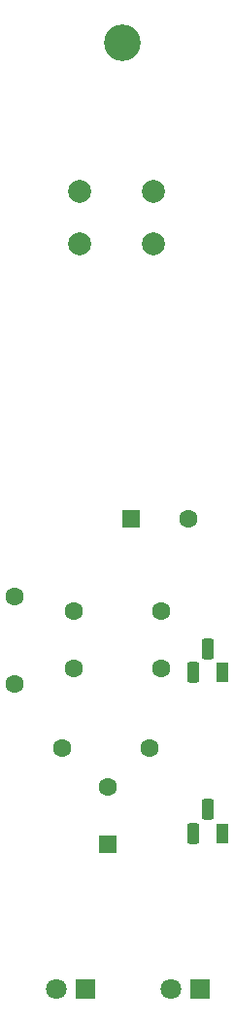
<source format=gbr>
%TF.GenerationSoftware,KiCad,Pcbnew,9.0.2*%
%TF.CreationDate,2025-07-02T03:30:09+03:00*%
%TF.ProjectId,solder submission,736f6c64-6572-4207-9375-626d69737369,rev?*%
%TF.SameCoordinates,Original*%
%TF.FileFunction,Soldermask,Bot*%
%TF.FilePolarity,Negative*%
%FSLAX46Y46*%
G04 Gerber Fmt 4.6, Leading zero omitted, Abs format (unit mm)*
G04 Created by KiCad (PCBNEW 9.0.2) date 2025-07-02 03:30:09*
%MOMM*%
%LPD*%
G01*
G04 APERTURE LIST*
G04 Aperture macros list*
%AMRoundRect*
0 Rectangle with rounded corners*
0 $1 Rounding radius*
0 $2 $3 $4 $5 $6 $7 $8 $9 X,Y pos of 4 corners*
0 Add a 4 corners polygon primitive as box body*
4,1,4,$2,$3,$4,$5,$6,$7,$8,$9,$2,$3,0*
0 Add four circle primitives for the rounded corners*
1,1,$1+$1,$2,$3*
1,1,$1+$1,$4,$5*
1,1,$1+$1,$6,$7*
1,1,$1+$1,$8,$9*
0 Add four rect primitives between the rounded corners*
20,1,$1+$1,$2,$3,$4,$5,0*
20,1,$1+$1,$4,$5,$6,$7,0*
20,1,$1+$1,$6,$7,$8,$9,0*
20,1,$1+$1,$8,$9,$2,$3,0*%
G04 Aperture macros list end*
%ADD10C,3.200000*%
%ADD11R,1.800000X1.800000*%
%ADD12C,1.800000*%
%ADD13C,2.000000*%
%ADD14R,1.100000X1.800000*%
%ADD15RoundRect,0.275000X0.275000X0.625000X-0.275000X0.625000X-0.275000X-0.625000X0.275000X-0.625000X0*%
%ADD16C,1.600000*%
%ADD17RoundRect,0.250000X0.550000X-0.550000X0.550000X0.550000X-0.550000X0.550000X-0.550000X-0.550000X0*%
%ADD18RoundRect,0.250000X-0.550000X-0.550000X0.550000X-0.550000X0.550000X0.550000X-0.550000X0.550000X0*%
G04 APERTURE END LIST*
D10*
%TO.C,REF\u002A\u002A*%
X122250000Y-67500000D03*
%TD*%
D11*
%TO.C,D1*%
X119000000Y-150000000D03*
D12*
X116460000Y-150000000D03*
%TD*%
D13*
%TO.C,SW1*%
X125000000Y-85000000D03*
X118500000Y-85000000D03*
X125000000Y-80500000D03*
X118500000Y-80500000D03*
%TD*%
D11*
%TO.C,D2*%
X129000000Y-150000000D03*
D12*
X126460000Y-150000000D03*
%TD*%
D14*
%TO.C,Q1*%
X131000000Y-136400000D03*
D15*
X129730000Y-134330000D03*
X128460000Y-136400000D03*
%TD*%
D16*
%TO.C,R1*%
X112870000Y-115750000D03*
X112870000Y-123370000D03*
%TD*%
%TO.C,R4*%
X118000000Y-122000000D03*
X125620000Y-122000000D03*
%TD*%
%TO.C,R3*%
X117000000Y-129000000D03*
X124620000Y-129000000D03*
%TD*%
D14*
%TO.C,Q2*%
X131000000Y-122400000D03*
D15*
X129730000Y-120330000D03*
X128460000Y-122400000D03*
%TD*%
D17*
%TO.C,C2*%
X121000000Y-137402651D03*
D16*
X121000000Y-132402651D03*
%TD*%
%TO.C,R2*%
X118000000Y-117000000D03*
X125620000Y-117000000D03*
%TD*%
D18*
%TO.C,C1*%
X123000000Y-109000000D03*
D16*
X128000000Y-109000000D03*
%TD*%
M02*

</source>
